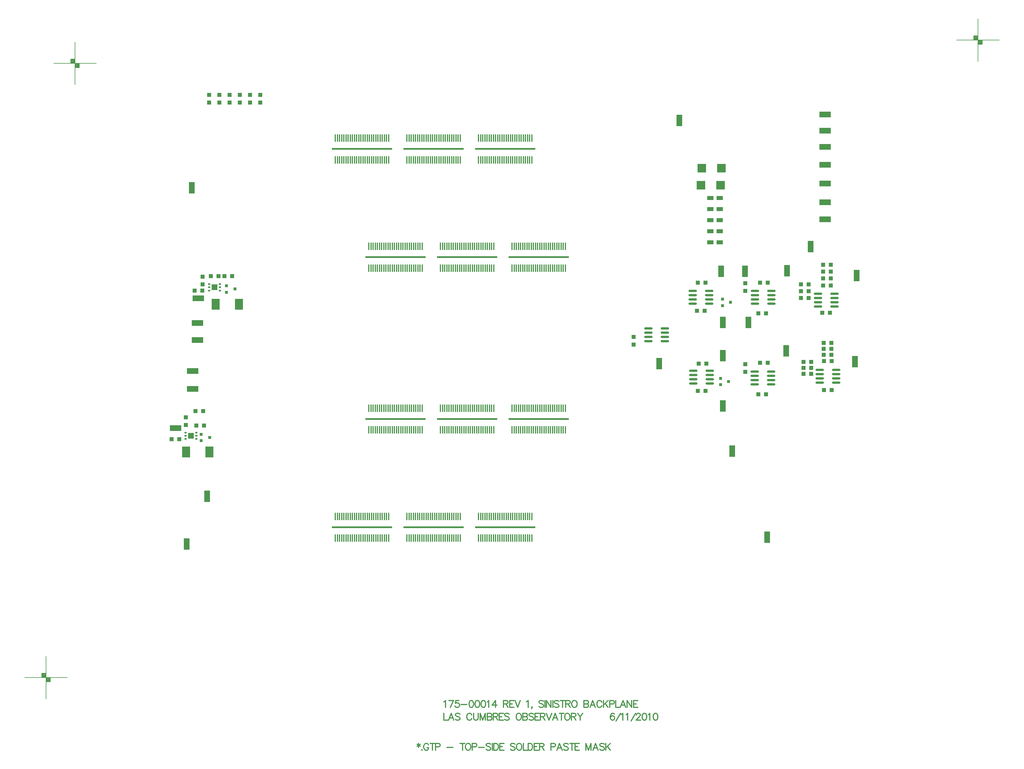
<source format=gtp>
%FSLAX23Y23*%
%MOIN*%
G70*
G01*
G75*
G04 Layer_Color=8421504*
%ADD10R,0.050X0.050*%
%ADD11R,0.078X0.048*%
%ADD12R,0.050X0.050*%
%ADD13R,0.135X0.070*%
%ADD14R,0.037X0.035*%
%ADD15R,0.037X0.035*%
%ADD16R,0.100X0.100*%
%ADD17R,0.067X0.067*%
%ADD18O,0.028X0.018*%
%ADD19O,0.098X0.028*%
%ADD20R,0.094X0.130*%
%ADD21R,0.709X0.020*%
%ADD22R,0.016X0.085*%
%ADD23R,0.070X0.135*%
%ADD24C,0.030*%
%ADD25C,0.010*%
%ADD26C,0.020*%
%ADD27C,0.012*%
%ADD28C,0.008*%
%ADD29C,0.012*%
%ADD30C,0.012*%
%ADD31C,0.059*%
%ADD32R,0.059X0.059*%
%ADD33C,0.055*%
%ADD34C,0.134*%
%ADD35C,0.050*%
G04:AMPARAMS|DCode=36|XSize=90mil|YSize=110mil|CornerRadius=0mil|HoleSize=0mil|Usage=FLASHONLY|Rotation=162.000|XOffset=0mil|YOffset=0mil|HoleType=Round|Shape=Round|*
%AMOVALD36*
21,1,0.020,0.090,0.000,0.000,252.0*
1,1,0.090,0.003,0.010*
1,1,0.090,-0.003,-0.010*
%
%ADD36OVALD36*%

G04:AMPARAMS|DCode=37|XSize=90mil|YSize=110mil|CornerRadius=0mil|HoleSize=0mil|Usage=FLASHONLY|Rotation=144.000|XOffset=0mil|YOffset=0mil|HoleType=Round|Shape=Round|*
%AMOVALD37*
21,1,0.020,0.090,0.000,0.000,234.0*
1,1,0.090,0.006,0.008*
1,1,0.090,-0.006,-0.008*
%
%ADD37OVALD37*%

G04:AMPARAMS|DCode=38|XSize=90mil|YSize=110mil|CornerRadius=0mil|HoleSize=0mil|Usage=FLASHONLY|Rotation=126.000|XOffset=0mil|YOffset=0mil|HoleType=Round|Shape=Round|*
%AMOVALD38*
21,1,0.020,0.090,0.000,0.000,216.0*
1,1,0.090,0.008,0.006*
1,1,0.090,-0.008,-0.006*
%
%ADD38OVALD38*%

G04:AMPARAMS|DCode=39|XSize=90mil|YSize=110mil|CornerRadius=0mil|HoleSize=0mil|Usage=FLASHONLY|Rotation=108.000|XOffset=0mil|YOffset=0mil|HoleType=Round|Shape=Round|*
%AMOVALD39*
21,1,0.020,0.090,0.000,0.000,198.0*
1,1,0.090,0.010,0.003*
1,1,0.090,-0.010,-0.003*
%
%ADD39OVALD39*%

%ADD40O,0.110X0.090*%
G04:AMPARAMS|DCode=41|XSize=90mil|YSize=110mil|CornerRadius=0mil|HoleSize=0mil|Usage=FLASHONLY|Rotation=72.000|XOffset=0mil|YOffset=0mil|HoleType=Round|Shape=Round|*
%AMOVALD41*
21,1,0.020,0.090,0.000,0.000,162.0*
1,1,0.090,0.010,-0.003*
1,1,0.090,-0.010,0.003*
%
%ADD41OVALD41*%

G04:AMPARAMS|DCode=42|XSize=90mil|YSize=110mil|CornerRadius=0mil|HoleSize=0mil|Usage=FLASHONLY|Rotation=54.000|XOffset=0mil|YOffset=0mil|HoleType=Round|Shape=Round|*
%AMOVALD42*
21,1,0.020,0.090,0.000,0.000,144.0*
1,1,0.090,0.008,-0.006*
1,1,0.090,-0.008,0.006*
%
%ADD42OVALD42*%

G04:AMPARAMS|DCode=43|XSize=90mil|YSize=110mil|CornerRadius=0mil|HoleSize=0mil|Usage=FLASHONLY|Rotation=36.000|XOffset=0mil|YOffset=0mil|HoleType=Round|Shape=Round|*
%AMOVALD43*
21,1,0.020,0.090,0.000,0.000,126.0*
1,1,0.090,0.006,-0.008*
1,1,0.090,-0.006,0.008*
%
%ADD43OVALD43*%

G04:AMPARAMS|DCode=44|XSize=90mil|YSize=110mil|CornerRadius=0mil|HoleSize=0mil|Usage=FLASHONLY|Rotation=18.000|XOffset=0mil|YOffset=0mil|HoleType=Round|Shape=Round|*
%AMOVALD44*
21,1,0.020,0.090,0.000,0.000,108.0*
1,1,0.090,0.003,-0.010*
1,1,0.090,-0.003,0.010*
%
%ADD44OVALD44*%

%ADD45O,0.090X0.110*%
G04:AMPARAMS|DCode=46|XSize=90mil|YSize=110mil|CornerRadius=0mil|HoleSize=0mil|Usage=FLASHONLY|Rotation=152.304|XOffset=0mil|YOffset=0mil|HoleType=Round|Shape=Round|*
%AMOVALD46*
21,1,0.020,0.090,0.000,0.000,242.3*
1,1,0.090,0.005,0.009*
1,1,0.090,-0.005,-0.009*
%
%ADD46OVALD46*%

G04:AMPARAMS|DCode=47|XSize=90mil|YSize=110mil|CornerRadius=0mil|HoleSize=0mil|Usage=FLASHONLY|Rotation=124.612|XOffset=0mil|YOffset=0mil|HoleType=Round|Shape=Round|*
%AMOVALD47*
21,1,0.020,0.090,0.000,0.000,214.6*
1,1,0.090,0.008,0.006*
1,1,0.090,-0.008,-0.006*
%
%ADD47OVALD47*%

G04:AMPARAMS|DCode=48|XSize=90mil|YSize=110mil|CornerRadius=0mil|HoleSize=0mil|Usage=FLASHONLY|Rotation=96.920|XOffset=0mil|YOffset=0mil|HoleType=Round|Shape=Round|*
%AMOVALD48*
21,1,0.020,0.090,0.000,0.000,186.9*
1,1,0.090,0.010,0.001*
1,1,0.090,-0.010,-0.001*
%
%ADD48OVALD48*%

G04:AMPARAMS|DCode=49|XSize=90mil|YSize=110mil|CornerRadius=0mil|HoleSize=0mil|Usage=FLASHONLY|Rotation=69.228|XOffset=0mil|YOffset=0mil|HoleType=Round|Shape=Round|*
%AMOVALD49*
21,1,0.020,0.090,0.000,0.000,159.2*
1,1,0.090,0.009,-0.004*
1,1,0.090,-0.009,0.004*
%
%ADD49OVALD49*%

G04:AMPARAMS|DCode=50|XSize=90mil|YSize=110mil|CornerRadius=0mil|HoleSize=0mil|Usage=FLASHONLY|Rotation=41.536|XOffset=0mil|YOffset=0mil|HoleType=Round|Shape=Round|*
%AMOVALD50*
21,1,0.020,0.090,0.000,0.000,131.5*
1,1,0.090,0.007,-0.007*
1,1,0.090,-0.007,0.007*
%
%ADD50OVALD50*%

G04:AMPARAMS|DCode=51|XSize=90mil|YSize=110mil|CornerRadius=0mil|HoleSize=0mil|Usage=FLASHONLY|Rotation=13.844|XOffset=0mil|YOffset=0mil|HoleType=Round|Shape=Round|*
%AMOVALD51*
21,1,0.020,0.090,0.000,0.000,103.8*
1,1,0.090,0.002,-0.010*
1,1,0.090,-0.002,0.010*
%
%ADD51OVALD51*%

G04:AMPARAMS|DCode=52|XSize=90mil|YSize=110mil|CornerRadius=0mil|HoleSize=0mil|Usage=FLASHONLY|Rotation=346.152|XOffset=0mil|YOffset=0mil|HoleType=Round|Shape=Round|*
%AMOVALD52*
21,1,0.020,0.090,0.000,0.000,76.2*
1,1,0.090,-0.002,-0.010*
1,1,0.090,0.002,0.010*
%
%ADD52OVALD52*%

G04:AMPARAMS|DCode=53|XSize=90mil|YSize=110mil|CornerRadius=0mil|HoleSize=0mil|Usage=FLASHONLY|Rotation=318.460|XOffset=0mil|YOffset=0mil|HoleType=Round|Shape=Round|*
%AMOVALD53*
21,1,0.020,0.090,0.000,0.000,48.5*
1,1,0.090,-0.007,-0.007*
1,1,0.090,0.007,0.007*
%
%ADD53OVALD53*%

G04:AMPARAMS|DCode=54|XSize=90mil|YSize=110mil|CornerRadius=0mil|HoleSize=0mil|Usage=FLASHONLY|Rotation=290.768|XOffset=0mil|YOffset=0mil|HoleType=Round|Shape=Round|*
%AMOVALD54*
21,1,0.020,0.090,0.000,0.000,20.8*
1,1,0.090,-0.009,-0.004*
1,1,0.090,0.009,0.004*
%
%ADD54OVALD54*%

G04:AMPARAMS|DCode=55|XSize=90mil|YSize=110mil|CornerRadius=0mil|HoleSize=0mil|Usage=FLASHONLY|Rotation=263.076|XOffset=0mil|YOffset=0mil|HoleType=Round|Shape=Round|*
%AMOVALD55*
21,1,0.020,0.090,0.000,0.000,353.1*
1,1,0.090,-0.010,0.001*
1,1,0.090,0.010,-0.001*
%
%ADD55OVALD55*%

G04:AMPARAMS|DCode=56|XSize=90mil|YSize=110mil|CornerRadius=0mil|HoleSize=0mil|Usage=FLASHONLY|Rotation=235.384|XOffset=0mil|YOffset=0mil|HoleType=Round|Shape=Round|*
%AMOVALD56*
21,1,0.020,0.090,0.000,0.000,325.4*
1,1,0.090,-0.008,0.006*
1,1,0.090,0.008,-0.006*
%
%ADD56OVALD56*%

G04:AMPARAMS|DCode=57|XSize=90mil|YSize=110mil|CornerRadius=0mil|HoleSize=0mil|Usage=FLASHONLY|Rotation=207.692|XOffset=0mil|YOffset=0mil|HoleType=Round|Shape=Round|*
%AMOVALD57*
21,1,0.020,0.090,0.000,0.000,297.7*
1,1,0.090,-0.005,0.009*
1,1,0.090,0.005,-0.009*
%
%ADD57OVALD57*%

G04:AMPARAMS|DCode=58|XSize=90mil|YSize=110mil|CornerRadius=0mil|HoleSize=0mil|Usage=FLASHONLY|Rotation=128.568|XOffset=0mil|YOffset=0mil|HoleType=Round|Shape=Round|*
%AMOVALD58*
21,1,0.020,0.090,0.000,0.000,218.6*
1,1,0.090,0.008,0.006*
1,1,0.090,-0.008,-0.006*
%
%ADD58OVALD58*%

G04:AMPARAMS|DCode=59|XSize=90mil|YSize=110mil|CornerRadius=0mil|HoleSize=0mil|Usage=FLASHONLY|Rotation=77.140|XOffset=0mil|YOffset=0mil|HoleType=Round|Shape=Round|*
%AMOVALD59*
21,1,0.020,0.090,0.000,0.000,167.1*
1,1,0.090,0.010,-0.002*
1,1,0.090,-0.010,0.002*
%
%ADD59OVALD59*%

G04:AMPARAMS|DCode=60|XSize=90mil|YSize=110mil|CornerRadius=0mil|HoleSize=0mil|Usage=FLASHONLY|Rotation=25.712|XOffset=0mil|YOffset=0mil|HoleType=Round|Shape=Round|*
%AMOVALD60*
21,1,0.020,0.090,0.000,0.000,115.7*
1,1,0.090,0.004,-0.009*
1,1,0.090,-0.004,0.009*
%
%ADD60OVALD60*%

G04:AMPARAMS|DCode=61|XSize=90mil|YSize=110mil|CornerRadius=0mil|HoleSize=0mil|Usage=FLASHONLY|Rotation=334.284|XOffset=0mil|YOffset=0mil|HoleType=Round|Shape=Round|*
%AMOVALD61*
21,1,0.020,0.090,0.000,0.000,64.3*
1,1,0.090,-0.004,-0.009*
1,1,0.090,0.004,0.009*
%
%ADD61OVALD61*%

G04:AMPARAMS|DCode=62|XSize=90mil|YSize=110mil|CornerRadius=0mil|HoleSize=0mil|Usage=FLASHONLY|Rotation=282.856|XOffset=0mil|YOffset=0mil|HoleType=Round|Shape=Round|*
%AMOVALD62*
21,1,0.020,0.090,0.000,0.000,12.9*
1,1,0.090,-0.010,-0.002*
1,1,0.090,0.010,0.002*
%
%ADD62OVALD62*%

G04:AMPARAMS|DCode=63|XSize=90mil|YSize=110mil|CornerRadius=0mil|HoleSize=0mil|Usage=FLASHONLY|Rotation=231.428|XOffset=0mil|YOffset=0mil|HoleType=Round|Shape=Round|*
%AMOVALD63*
21,1,0.020,0.090,0.000,0.000,321.4*
1,1,0.090,-0.008,0.006*
1,1,0.090,0.008,-0.006*
%
%ADD63OVALD63*%

%ADD64C,0.024*%
%ADD65C,0.028*%
%ADD66C,0.040*%
%ADD67C,0.075*%
%ADD68C,0.068*%
G04:AMPARAMS|DCode=69|XSize=87.559mil|YSize=87.559mil|CornerRadius=0mil|HoleSize=0mil|Usage=FLASHONLY|Rotation=0.000|XOffset=0mil|YOffset=0mil|HoleType=Round|Shape=Relief|Width=10mil|Gap=10mil|Entries=4|*
%AMTHD69*
7,0,0,0.088,0.068,0.010,45*
%
%ADD69THD69*%
%ADD70C,0.073*%
G04:AMPARAMS|DCode=71|XSize=93.465mil|YSize=93.465mil|CornerRadius=0mil|HoleSize=0mil|Usage=FLASHONLY|Rotation=0.000|XOffset=0mil|YOffset=0mil|HoleType=Round|Shape=Relief|Width=10mil|Gap=10mil|Entries=4|*
%AMTHD71*
7,0,0,0.093,0.073,0.010,45*
%
%ADD71THD71*%
G04:AMPARAMS|DCode=72|XSize=95.433mil|YSize=95.433mil|CornerRadius=0mil|HoleSize=0mil|Usage=FLASHONLY|Rotation=0.000|XOffset=0mil|YOffset=0mil|HoleType=Round|Shape=Relief|Width=10mil|Gap=10mil|Entries=4|*
%AMTHD72*
7,0,0,0.095,0.075,0.010,45*
%
%ADD72THD72*%
%ADD73C,0.071*%
%ADD74C,0.174*%
%ADD75C,0.065*%
G04:AMPARAMS|DCode=76|XSize=85mil|YSize=85mil|CornerRadius=0mil|HoleSize=0mil|Usage=FLASHONLY|Rotation=0.000|XOffset=0mil|YOffset=0mil|HoleType=Round|Shape=Relief|Width=10mil|Gap=10mil|Entries=4|*
%AMTHD76*
7,0,0,0.085,0.065,0.010,45*
%
%ADD76THD76*%
%ADD77C,0.110*%
G04:AMPARAMS|DCode=78|XSize=130mil|YSize=130mil|CornerRadius=0mil|HoleSize=0mil|Usage=FLASHONLY|Rotation=0.000|XOffset=0mil|YOffset=0mil|HoleType=Round|Shape=Relief|Width=10mil|Gap=10mil|Entries=4|*
%AMTHD78*
7,0,0,0.130,0.110,0.010,45*
%
%ADD78THD78*%
%ADD79C,0.053*%
G04:AMPARAMS|DCode=80|XSize=70mil|YSize=70mil|CornerRadius=0mil|HoleSize=0mil|Usage=FLASHONLY|Rotation=0.000|XOffset=0mil|YOffset=0mil|HoleType=Round|Shape=Relief|Width=10mil|Gap=10mil|Entries=4|*
%AMTHD80*
7,0,0,0.070,0.050,0.010,45*
%
%ADD80THD80*%
G04:AMPARAMS|DCode=81|XSize=73mil|YSize=73mil|CornerRadius=0mil|HoleSize=0mil|Usage=FLASHONLY|Rotation=0.000|XOffset=0mil|YOffset=0mil|HoleType=Round|Shape=Relief|Width=10mil|Gap=10mil|Entries=4|*
%AMTHD81*
7,0,0,0.073,0.053,0.010,45*
%
%ADD81THD81*%
%ADD82C,0.010*%
%ADD83C,0.010*%
%ADD84C,0.006*%
%ADD85C,0.007*%
%ADD86C,0.008*%
%ADD87R,1.096X0.079*%
%ADD88R,1.496X0.079*%
%ADD89R,0.257X0.178*%
D10*
X12143Y16562D02*
D03*
Y16472D02*
D03*
X12023Y16562D02*
D03*
Y16472D02*
D03*
X11903Y16562D02*
D03*
Y16472D02*
D03*
X11783Y16562D02*
D03*
Y16472D02*
D03*
X11663Y16562D02*
D03*
Y16472D02*
D03*
X11543Y16562D02*
D03*
Y16472D02*
D03*
X17834Y13403D02*
D03*
Y13313D02*
D03*
X11270Y12688D02*
D03*
Y12778D02*
D03*
X17834Y14353D02*
D03*
Y14263D02*
D03*
X11468Y14339D02*
D03*
Y14429D02*
D03*
X16524Y13723D02*
D03*
Y13633D02*
D03*
D11*
X17425Y15223D02*
D03*
X17535D02*
D03*
X17425Y14963D02*
D03*
X17535D02*
D03*
X17425Y15093D02*
D03*
X17535D02*
D03*
X17425Y15353D02*
D03*
X17535D02*
D03*
X17425Y14833D02*
D03*
X17535D02*
D03*
D12*
X11195Y12523D02*
D03*
X11105D02*
D03*
X11395Y12683D02*
D03*
X11485D02*
D03*
X18607Y13360D02*
D03*
X18517D02*
D03*
X18607Y13290D02*
D03*
X18517D02*
D03*
X18607Y13430D02*
D03*
X18517D02*
D03*
X11475Y12853D02*
D03*
X11385D02*
D03*
X18845Y13513D02*
D03*
X18755D02*
D03*
X18845Y13583D02*
D03*
X18755D02*
D03*
X11463Y14264D02*
D03*
X11373D02*
D03*
X11723Y14434D02*
D03*
X11813D02*
D03*
X18579Y14338D02*
D03*
X18489D02*
D03*
X18579Y14258D02*
D03*
X18489D02*
D03*
X11653Y14434D02*
D03*
X11563D02*
D03*
X18579Y14178D02*
D03*
X18489D02*
D03*
X18839Y14488D02*
D03*
X18749D02*
D03*
X18839Y14408D02*
D03*
X18749D02*
D03*
X18079Y13998D02*
D03*
X17989D02*
D03*
X18839Y14568D02*
D03*
X18749D02*
D03*
X17279Y14358D02*
D03*
X17369D02*
D03*
X18749Y14325D02*
D03*
X18839D02*
D03*
X17359Y14028D02*
D03*
X17269D02*
D03*
X18099Y14358D02*
D03*
X18009D02*
D03*
X18829Y14005D02*
D03*
X18739D02*
D03*
X18079Y13048D02*
D03*
X17989D02*
D03*
X18845Y13653D02*
D03*
X18755D02*
D03*
X17289Y13408D02*
D03*
X17379D02*
D03*
X18759Y13440D02*
D03*
X18849D02*
D03*
X17366Y13090D02*
D03*
X17276D02*
D03*
X18099Y13418D02*
D03*
X18009D02*
D03*
X18849Y13100D02*
D03*
X18759D02*
D03*
D13*
X11150Y12653D02*
D03*
X11418Y14174D02*
D03*
X18770Y15743D02*
D03*
Y15953D02*
D03*
Y15303D02*
D03*
Y15523D02*
D03*
Y15103D02*
D03*
Y16143D02*
D03*
Y16333D02*
D03*
X11350Y13323D02*
D03*
Y13113D02*
D03*
X11408Y13884D02*
D03*
Y13684D02*
D03*
D14*
X11451Y12580D02*
D03*
X11550Y12543D02*
D03*
X11749Y14321D02*
D03*
X11848Y14284D02*
D03*
X17568Y14165D02*
D03*
X17660Y14128D02*
D03*
X17545Y13237D02*
D03*
X17637Y13200D02*
D03*
D15*
X11451Y12505D02*
D03*
X11749Y14246D02*
D03*
X17568Y14090D02*
D03*
X17545Y13162D02*
D03*
D16*
X17555Y15703D02*
D03*
X17325D02*
D03*
X17545Y15503D02*
D03*
X17315D02*
D03*
D17*
X11330Y12563D02*
D03*
X11608Y14304D02*
D03*
D18*
X11393Y12600D02*
D03*
Y12563D02*
D03*
Y12525D02*
D03*
X11267D02*
D03*
Y12563D02*
D03*
Y12600D02*
D03*
X11671Y14341D02*
D03*
Y14304D02*
D03*
Y14266D02*
D03*
X11545D02*
D03*
Y14304D02*
D03*
Y14341D02*
D03*
D19*
X18707Y13335D02*
D03*
Y13285D02*
D03*
Y13235D02*
D03*
Y13185D02*
D03*
X18900Y13335D02*
D03*
Y13285D02*
D03*
Y13235D02*
D03*
Y13185D02*
D03*
X17944Y13315D02*
D03*
Y13265D02*
D03*
Y13215D02*
D03*
Y13165D02*
D03*
X18137Y13315D02*
D03*
Y13265D02*
D03*
Y13215D02*
D03*
Y13165D02*
D03*
X17224Y13325D02*
D03*
Y13275D02*
D03*
Y13225D02*
D03*
Y13175D02*
D03*
X17417Y13325D02*
D03*
Y13275D02*
D03*
Y13225D02*
D03*
Y13175D02*
D03*
X18688Y14230D02*
D03*
Y14180D02*
D03*
Y14130D02*
D03*
Y14080D02*
D03*
X18881Y14230D02*
D03*
Y14180D02*
D03*
Y14130D02*
D03*
Y14080D02*
D03*
X16697Y13823D02*
D03*
Y13773D02*
D03*
Y13723D02*
D03*
Y13673D02*
D03*
X16890Y13823D02*
D03*
Y13773D02*
D03*
Y13723D02*
D03*
Y13673D02*
D03*
X17947Y14263D02*
D03*
Y14213D02*
D03*
Y14163D02*
D03*
Y14113D02*
D03*
X18140Y14263D02*
D03*
Y14213D02*
D03*
Y14163D02*
D03*
Y14113D02*
D03*
X17217Y14263D02*
D03*
Y14213D02*
D03*
Y14163D02*
D03*
Y14113D02*
D03*
X17410Y14263D02*
D03*
Y14213D02*
D03*
Y14163D02*
D03*
Y14113D02*
D03*
D20*
X11547Y12373D02*
D03*
X11274D02*
D03*
X11895Y14104D02*
D03*
X11622D02*
D03*
D21*
X15018Y11490D02*
D03*
X14177D02*
D03*
X13337D02*
D03*
X13731Y14658D02*
D03*
X14571D02*
D03*
X15411D02*
D03*
X13731Y12760D02*
D03*
X14571D02*
D03*
X15411D02*
D03*
X15018Y15928D02*
D03*
X14177D02*
D03*
X13337D02*
D03*
D22*
X15330Y11362D02*
D03*
Y11617D02*
D03*
X15305Y11362D02*
D03*
Y11617D02*
D03*
X15280Y11362D02*
D03*
Y11617D02*
D03*
X15255Y11362D02*
D03*
Y11617D02*
D03*
X15230Y11362D02*
D03*
Y11617D02*
D03*
X15205Y11362D02*
D03*
Y11617D02*
D03*
X15180Y11362D02*
D03*
Y11617D02*
D03*
X15155Y11362D02*
D03*
Y11617D02*
D03*
X15130Y11362D02*
D03*
Y11617D02*
D03*
X15105Y11362D02*
D03*
Y11617D02*
D03*
X15080Y11362D02*
D03*
Y11617D02*
D03*
X15055Y11362D02*
D03*
Y11617D02*
D03*
X15030Y11362D02*
D03*
Y11617D02*
D03*
X15005Y11362D02*
D03*
Y11617D02*
D03*
X14980Y11362D02*
D03*
Y11617D02*
D03*
X14955Y11362D02*
D03*
Y11617D02*
D03*
X14930Y11362D02*
D03*
Y11617D02*
D03*
X14905Y11362D02*
D03*
Y11617D02*
D03*
X14880Y11362D02*
D03*
Y11617D02*
D03*
X14855Y11362D02*
D03*
Y11617D02*
D03*
X14830Y11362D02*
D03*
Y11617D02*
D03*
X14805Y11362D02*
D03*
Y11617D02*
D03*
X14780Y11362D02*
D03*
Y11617D02*
D03*
X14755Y11362D02*
D03*
Y11617D02*
D03*
X14730Y11362D02*
D03*
Y11617D02*
D03*
X14705Y11362D02*
D03*
Y11617D02*
D03*
X14490Y11362D02*
D03*
Y11617D02*
D03*
X14465Y11362D02*
D03*
Y11617D02*
D03*
X14440Y11362D02*
D03*
Y11617D02*
D03*
X14415Y11362D02*
D03*
Y11617D02*
D03*
X14390Y11362D02*
D03*
Y11617D02*
D03*
X14365Y11362D02*
D03*
Y11617D02*
D03*
X14340Y11362D02*
D03*
Y11617D02*
D03*
X14315Y11362D02*
D03*
Y11617D02*
D03*
X14290Y11362D02*
D03*
Y11617D02*
D03*
X14265Y11362D02*
D03*
Y11617D02*
D03*
X14240Y11362D02*
D03*
Y11617D02*
D03*
X14215Y11362D02*
D03*
Y11617D02*
D03*
X14190Y11362D02*
D03*
Y11617D02*
D03*
X14165Y11362D02*
D03*
Y11617D02*
D03*
X14140Y11362D02*
D03*
Y11617D02*
D03*
X14115Y11362D02*
D03*
Y11617D02*
D03*
X14090Y11362D02*
D03*
Y11617D02*
D03*
X14065Y11362D02*
D03*
Y11617D02*
D03*
X14040Y11362D02*
D03*
Y11617D02*
D03*
X14015Y11362D02*
D03*
Y11617D02*
D03*
X13990Y11362D02*
D03*
Y11617D02*
D03*
X13965Y11362D02*
D03*
Y11617D02*
D03*
X13940Y11362D02*
D03*
Y11617D02*
D03*
X13915Y11362D02*
D03*
Y11617D02*
D03*
X13890Y11362D02*
D03*
Y11617D02*
D03*
X13865Y11362D02*
D03*
Y11617D02*
D03*
X13650Y11362D02*
D03*
Y11617D02*
D03*
X13625Y11362D02*
D03*
Y11617D02*
D03*
X13600Y11362D02*
D03*
Y11617D02*
D03*
X13575Y11362D02*
D03*
Y11617D02*
D03*
X13550Y11362D02*
D03*
Y11617D02*
D03*
X13525Y11362D02*
D03*
Y11617D02*
D03*
X13500Y11362D02*
D03*
Y11617D02*
D03*
X13475Y11362D02*
D03*
Y11617D02*
D03*
X13450Y11362D02*
D03*
Y11617D02*
D03*
X13425Y11362D02*
D03*
Y11617D02*
D03*
X13400Y11362D02*
D03*
Y11617D02*
D03*
X13375Y11362D02*
D03*
Y11617D02*
D03*
X13350Y11362D02*
D03*
Y11617D02*
D03*
X13325Y11362D02*
D03*
Y11617D02*
D03*
X13300Y11362D02*
D03*
Y11617D02*
D03*
X13275Y11362D02*
D03*
Y11617D02*
D03*
X13250Y11362D02*
D03*
Y11617D02*
D03*
X13225Y11362D02*
D03*
Y11617D02*
D03*
X13200Y11362D02*
D03*
Y11617D02*
D03*
X13175Y11362D02*
D03*
Y11617D02*
D03*
X13150Y11362D02*
D03*
Y11617D02*
D03*
X13125Y11362D02*
D03*
Y11617D02*
D03*
X13100Y11362D02*
D03*
Y11617D02*
D03*
X13075Y11362D02*
D03*
Y11617D02*
D03*
X13050Y11362D02*
D03*
Y11617D02*
D03*
X13025Y11362D02*
D03*
Y11617D02*
D03*
X13418Y14785D02*
D03*
Y14530D02*
D03*
X13443Y14785D02*
D03*
Y14530D02*
D03*
X13468Y14785D02*
D03*
Y14530D02*
D03*
X13493Y14785D02*
D03*
Y14530D02*
D03*
X13518Y14785D02*
D03*
Y14530D02*
D03*
X13543Y14785D02*
D03*
Y14530D02*
D03*
X13568Y14785D02*
D03*
Y14530D02*
D03*
X13593Y14785D02*
D03*
Y14530D02*
D03*
X13618Y14785D02*
D03*
Y14530D02*
D03*
X13643Y14785D02*
D03*
Y14530D02*
D03*
X13668Y14785D02*
D03*
Y14530D02*
D03*
X13693Y14785D02*
D03*
Y14530D02*
D03*
X13718Y14785D02*
D03*
Y14530D02*
D03*
X13743Y14785D02*
D03*
Y14530D02*
D03*
X13768Y14785D02*
D03*
Y14530D02*
D03*
X13793Y14785D02*
D03*
Y14530D02*
D03*
X13818Y14785D02*
D03*
Y14530D02*
D03*
X13843Y14785D02*
D03*
Y14530D02*
D03*
X13868Y14785D02*
D03*
Y14530D02*
D03*
X13893Y14785D02*
D03*
Y14530D02*
D03*
X13918Y14785D02*
D03*
Y14530D02*
D03*
X13943Y14785D02*
D03*
Y14530D02*
D03*
X13968Y14785D02*
D03*
Y14530D02*
D03*
X13993Y14785D02*
D03*
Y14530D02*
D03*
X14018Y14785D02*
D03*
Y14530D02*
D03*
X14043Y14785D02*
D03*
Y14530D02*
D03*
X14259Y14785D02*
D03*
Y14530D02*
D03*
X14284Y14785D02*
D03*
Y14530D02*
D03*
X14309Y14785D02*
D03*
Y14530D02*
D03*
X14334Y14785D02*
D03*
Y14530D02*
D03*
X14359Y14785D02*
D03*
Y14530D02*
D03*
X14384Y14785D02*
D03*
Y14530D02*
D03*
X14409Y14785D02*
D03*
Y14530D02*
D03*
X14434Y14785D02*
D03*
Y14530D02*
D03*
X14459Y14785D02*
D03*
Y14530D02*
D03*
X14484Y14785D02*
D03*
Y14530D02*
D03*
X14509Y14785D02*
D03*
Y14530D02*
D03*
X14534Y14785D02*
D03*
Y14530D02*
D03*
X14559Y14785D02*
D03*
Y14530D02*
D03*
X14584Y14785D02*
D03*
Y14530D02*
D03*
X14609Y14785D02*
D03*
Y14530D02*
D03*
X14634Y14785D02*
D03*
Y14530D02*
D03*
X14659Y14785D02*
D03*
Y14530D02*
D03*
X14684Y14785D02*
D03*
Y14530D02*
D03*
X14709Y14785D02*
D03*
Y14530D02*
D03*
X14734Y14785D02*
D03*
Y14530D02*
D03*
X14759Y14785D02*
D03*
Y14530D02*
D03*
X14784Y14785D02*
D03*
Y14530D02*
D03*
X14809Y14785D02*
D03*
Y14530D02*
D03*
X14834Y14785D02*
D03*
Y14530D02*
D03*
X14859Y14785D02*
D03*
Y14530D02*
D03*
X14884Y14785D02*
D03*
Y14530D02*
D03*
X15099Y14785D02*
D03*
Y14530D02*
D03*
X15124Y14785D02*
D03*
Y14530D02*
D03*
X15149Y14785D02*
D03*
Y14530D02*
D03*
X15174Y14785D02*
D03*
Y14530D02*
D03*
X15199Y14785D02*
D03*
Y14530D02*
D03*
X15224Y14785D02*
D03*
Y14530D02*
D03*
X15249Y14785D02*
D03*
Y14530D02*
D03*
X15274Y14785D02*
D03*
Y14530D02*
D03*
X15299Y14785D02*
D03*
Y14530D02*
D03*
X15324Y14785D02*
D03*
Y14530D02*
D03*
X15349Y14785D02*
D03*
Y14530D02*
D03*
X15374Y14785D02*
D03*
Y14530D02*
D03*
X15399Y14785D02*
D03*
Y14530D02*
D03*
X15424Y14785D02*
D03*
Y14530D02*
D03*
X15449Y14785D02*
D03*
Y14530D02*
D03*
X15474Y14785D02*
D03*
Y14530D02*
D03*
X15499Y14785D02*
D03*
Y14530D02*
D03*
X15524Y14785D02*
D03*
Y14530D02*
D03*
X15549Y14785D02*
D03*
Y14530D02*
D03*
X15574Y14785D02*
D03*
Y14530D02*
D03*
X15599Y14785D02*
D03*
Y14530D02*
D03*
X15624Y14785D02*
D03*
Y14530D02*
D03*
X15649Y14785D02*
D03*
Y14530D02*
D03*
X15674Y14785D02*
D03*
Y14530D02*
D03*
X15699Y14785D02*
D03*
Y14530D02*
D03*
X15724Y14785D02*
D03*
Y14530D02*
D03*
X13419Y12887D02*
D03*
Y12632D02*
D03*
X13444Y12887D02*
D03*
Y12632D02*
D03*
X13469Y12887D02*
D03*
Y12632D02*
D03*
X13494Y12887D02*
D03*
Y12632D02*
D03*
X13519Y12887D02*
D03*
Y12632D02*
D03*
X13544Y12887D02*
D03*
Y12632D02*
D03*
X13569Y12887D02*
D03*
Y12632D02*
D03*
X13594Y12887D02*
D03*
Y12632D02*
D03*
X13619Y12887D02*
D03*
Y12632D02*
D03*
X13644Y12887D02*
D03*
Y12632D02*
D03*
X13669Y12887D02*
D03*
Y12632D02*
D03*
X13694Y12887D02*
D03*
Y12632D02*
D03*
X13719Y12887D02*
D03*
Y12632D02*
D03*
X13744Y12887D02*
D03*
Y12632D02*
D03*
X13769Y12887D02*
D03*
Y12632D02*
D03*
X13794Y12887D02*
D03*
Y12632D02*
D03*
X13819Y12887D02*
D03*
Y12632D02*
D03*
X13844Y12887D02*
D03*
Y12632D02*
D03*
X13869Y12887D02*
D03*
Y12632D02*
D03*
X13894Y12887D02*
D03*
Y12632D02*
D03*
X13919Y12887D02*
D03*
Y12632D02*
D03*
X13944Y12887D02*
D03*
Y12632D02*
D03*
X13969Y12887D02*
D03*
Y12632D02*
D03*
X13994Y12887D02*
D03*
Y12632D02*
D03*
X14019Y12887D02*
D03*
Y12632D02*
D03*
X14044Y12887D02*
D03*
Y12632D02*
D03*
X14259Y12887D02*
D03*
Y12632D02*
D03*
X14284Y12887D02*
D03*
Y12632D02*
D03*
X14309Y12887D02*
D03*
Y12632D02*
D03*
X14334Y12887D02*
D03*
Y12632D02*
D03*
X14359Y12887D02*
D03*
Y12632D02*
D03*
X14384Y12887D02*
D03*
Y12632D02*
D03*
X14409Y12887D02*
D03*
Y12632D02*
D03*
X14434Y12887D02*
D03*
Y12632D02*
D03*
X14459Y12887D02*
D03*
Y12632D02*
D03*
X14484Y12887D02*
D03*
Y12632D02*
D03*
X14509Y12887D02*
D03*
Y12632D02*
D03*
X14534Y12887D02*
D03*
Y12632D02*
D03*
X14559Y12887D02*
D03*
Y12632D02*
D03*
X14584Y12887D02*
D03*
Y12632D02*
D03*
X14609Y12887D02*
D03*
Y12632D02*
D03*
X14634Y12887D02*
D03*
Y12632D02*
D03*
X14659Y12887D02*
D03*
Y12632D02*
D03*
X14684Y12887D02*
D03*
Y12632D02*
D03*
X14709Y12887D02*
D03*
Y12632D02*
D03*
X14734Y12887D02*
D03*
Y12632D02*
D03*
X14759Y12887D02*
D03*
Y12632D02*
D03*
X14784Y12887D02*
D03*
Y12632D02*
D03*
X14809Y12887D02*
D03*
Y12632D02*
D03*
X14834Y12887D02*
D03*
Y12632D02*
D03*
X14859Y12887D02*
D03*
Y12632D02*
D03*
X14884Y12887D02*
D03*
Y12632D02*
D03*
X15099Y12887D02*
D03*
Y12632D02*
D03*
X15124Y12887D02*
D03*
Y12632D02*
D03*
X15149Y12887D02*
D03*
Y12632D02*
D03*
X15174Y12887D02*
D03*
Y12632D02*
D03*
X15199Y12887D02*
D03*
Y12632D02*
D03*
X15224Y12887D02*
D03*
Y12632D02*
D03*
X15249Y12887D02*
D03*
Y12632D02*
D03*
X15274Y12887D02*
D03*
Y12632D02*
D03*
X15299Y12887D02*
D03*
Y12632D02*
D03*
X15324Y12887D02*
D03*
Y12632D02*
D03*
X15349Y12887D02*
D03*
Y12632D02*
D03*
X15374Y12887D02*
D03*
Y12632D02*
D03*
X15399Y12887D02*
D03*
Y12632D02*
D03*
X15424Y12887D02*
D03*
Y12632D02*
D03*
X15449Y12887D02*
D03*
Y12632D02*
D03*
X15474Y12887D02*
D03*
Y12632D02*
D03*
X15499Y12887D02*
D03*
Y12632D02*
D03*
X15524Y12887D02*
D03*
Y12632D02*
D03*
X15549Y12887D02*
D03*
Y12632D02*
D03*
X15574Y12887D02*
D03*
Y12632D02*
D03*
X15599Y12887D02*
D03*
Y12632D02*
D03*
X15624Y12887D02*
D03*
Y12632D02*
D03*
X15649Y12887D02*
D03*
Y12632D02*
D03*
X15674Y12887D02*
D03*
Y12632D02*
D03*
X15699Y12887D02*
D03*
Y12632D02*
D03*
X15724Y12887D02*
D03*
Y12632D02*
D03*
X15330Y15800D02*
D03*
Y16056D02*
D03*
X15305Y15800D02*
D03*
Y16056D02*
D03*
X15280Y15800D02*
D03*
Y16056D02*
D03*
X15255Y15800D02*
D03*
Y16056D02*
D03*
X15230Y15800D02*
D03*
Y16056D02*
D03*
X15205Y15800D02*
D03*
Y16056D02*
D03*
X15180Y15800D02*
D03*
Y16056D02*
D03*
X15155Y15800D02*
D03*
Y16056D02*
D03*
X15130Y15800D02*
D03*
Y16056D02*
D03*
X15105Y15800D02*
D03*
Y16056D02*
D03*
X15080Y15800D02*
D03*
Y16056D02*
D03*
X15055Y15800D02*
D03*
Y16056D02*
D03*
X15030Y15800D02*
D03*
Y16056D02*
D03*
X15005Y15800D02*
D03*
Y16056D02*
D03*
X14980Y15800D02*
D03*
Y16056D02*
D03*
X14955Y15800D02*
D03*
Y16056D02*
D03*
X14930Y15800D02*
D03*
Y16056D02*
D03*
X14905Y15800D02*
D03*
Y16056D02*
D03*
X14880Y15800D02*
D03*
Y16056D02*
D03*
X14855Y15800D02*
D03*
Y16056D02*
D03*
X14830Y15800D02*
D03*
Y16056D02*
D03*
X14805Y15800D02*
D03*
Y16056D02*
D03*
X14780Y15800D02*
D03*
Y16056D02*
D03*
X14755Y15800D02*
D03*
Y16056D02*
D03*
X14730Y15800D02*
D03*
Y16056D02*
D03*
X14705Y15800D02*
D03*
Y16056D02*
D03*
X14490Y15800D02*
D03*
Y16056D02*
D03*
X14465Y15800D02*
D03*
Y16056D02*
D03*
X14440Y15800D02*
D03*
Y16056D02*
D03*
X14415Y15800D02*
D03*
Y16056D02*
D03*
X14390Y15800D02*
D03*
Y16056D02*
D03*
X14365Y15800D02*
D03*
Y16056D02*
D03*
X14340Y15800D02*
D03*
Y16056D02*
D03*
X14315Y15800D02*
D03*
Y16056D02*
D03*
X14290Y15800D02*
D03*
Y16056D02*
D03*
X14265Y15800D02*
D03*
Y16056D02*
D03*
X14240Y15800D02*
D03*
Y16056D02*
D03*
X14215Y15800D02*
D03*
Y16056D02*
D03*
X14190Y15800D02*
D03*
Y16056D02*
D03*
X14165Y15800D02*
D03*
Y16056D02*
D03*
X14140Y15800D02*
D03*
Y16056D02*
D03*
X14115Y15800D02*
D03*
Y16056D02*
D03*
X14090Y15800D02*
D03*
Y16056D02*
D03*
X14065Y15800D02*
D03*
Y16056D02*
D03*
X14040Y15800D02*
D03*
Y16056D02*
D03*
X14015Y15800D02*
D03*
Y16056D02*
D03*
X13990Y15800D02*
D03*
Y16056D02*
D03*
X13965Y15800D02*
D03*
Y16056D02*
D03*
X13940Y15800D02*
D03*
Y16056D02*
D03*
X13915Y15800D02*
D03*
Y16056D02*
D03*
X13890Y15800D02*
D03*
Y16056D02*
D03*
X13865Y15800D02*
D03*
Y16056D02*
D03*
X13650Y15800D02*
D03*
Y16056D02*
D03*
X13625Y15800D02*
D03*
Y16056D02*
D03*
X13600Y15800D02*
D03*
Y16056D02*
D03*
X13575Y15800D02*
D03*
Y16056D02*
D03*
X13550Y15800D02*
D03*
Y16056D02*
D03*
X13525Y15800D02*
D03*
Y16056D02*
D03*
X13500Y15800D02*
D03*
Y16056D02*
D03*
X13475Y15800D02*
D03*
Y16056D02*
D03*
X13450Y15800D02*
D03*
Y16056D02*
D03*
X13425Y15800D02*
D03*
Y16056D02*
D03*
X13400Y15800D02*
D03*
Y16056D02*
D03*
X13375Y15800D02*
D03*
Y16056D02*
D03*
X13350Y15800D02*
D03*
Y16056D02*
D03*
X13325Y15800D02*
D03*
Y16056D02*
D03*
X13300Y15800D02*
D03*
Y16056D02*
D03*
X13275Y15800D02*
D03*
Y16056D02*
D03*
X13250Y15800D02*
D03*
Y16056D02*
D03*
X13225Y15800D02*
D03*
Y16056D02*
D03*
X13200Y15800D02*
D03*
Y16056D02*
D03*
X13175Y15800D02*
D03*
Y16056D02*
D03*
X13150Y15800D02*
D03*
Y16056D02*
D03*
X13125Y15800D02*
D03*
Y16056D02*
D03*
X13100Y15800D02*
D03*
Y16056D02*
D03*
X13075Y15800D02*
D03*
Y16056D02*
D03*
X13050Y15800D02*
D03*
Y16056D02*
D03*
X13025Y15800D02*
D03*
Y16056D02*
D03*
D23*
X11520Y11853D02*
D03*
X17570Y12913D02*
D03*
X19120Y13433D02*
D03*
X18314Y13558D02*
D03*
X17570Y13503D02*
D03*
X16824Y13408D02*
D03*
X19140Y14443D02*
D03*
X17870Y13893D02*
D03*
X17570D02*
D03*
X18324Y14498D02*
D03*
X17830Y14493D02*
D03*
X17550D02*
D03*
X18600Y14783D02*
D03*
X17060Y16263D02*
D03*
X11340Y15473D02*
D03*
X18090Y11373D02*
D03*
X11280Y11293D02*
D03*
X17680Y12383D02*
D03*
D28*
X9940Y16958D02*
X9950D01*
X9940Y16953D02*
Y16963D01*
Y16953D02*
X9950Y16953D01*
X9950Y16963D01*
X9940D02*
X9950D01*
X9935Y16948D02*
Y16963D01*
Y16948D02*
X9955D01*
Y16968D01*
X9935Y16968D02*
X9955Y16968D01*
X9930Y16943D02*
Y16968D01*
Y16943D02*
X9960D01*
Y16973D01*
X9930D02*
X9960D01*
X9925Y16938D02*
Y16978D01*
Y16938D02*
X9965D01*
Y16978D01*
X9925D02*
X9965D01*
X9990Y16908D02*
X10000D01*
X9990Y16903D02*
X9990Y16913D01*
X9990Y16903D02*
X10000D01*
Y16913D01*
X9990Y16913D02*
X10000Y16913D01*
X9985Y16898D02*
Y16913D01*
Y16898D02*
X10005Y16898D01*
X10005Y16918D02*
X10005Y16898D01*
X9985Y16918D02*
X10005D01*
X9980Y16893D02*
Y16918D01*
Y16893D02*
X10010D01*
Y16923D01*
X9980D02*
X10010D01*
X9975Y16888D02*
Y16928D01*
Y16888D02*
X10015D01*
Y16928D01*
X9975D02*
X10015D01*
X9970Y16883D02*
X10020Y16883D01*
X10020Y16933D02*
X10020Y16883D01*
X9920Y16983D02*
X9970Y16983D01*
X9920Y16983D02*
X9920Y16933D01*
X9970Y16683D02*
Y17183D01*
X9720Y16933D02*
X10220D01*
X20535Y17232D02*
X20545D01*
X20535Y17227D02*
Y17237D01*
Y17227D02*
X20545Y17227D01*
X20545Y17237D01*
X20535D02*
X20545D01*
X20530Y17222D02*
Y17237D01*
Y17222D02*
X20550D01*
Y17242D01*
X20530Y17242D02*
X20550Y17242D01*
X20525Y17217D02*
Y17242D01*
Y17217D02*
X20555D01*
Y17247D01*
X20525D02*
X20555D01*
X20520Y17212D02*
Y17252D01*
Y17212D02*
X20560D01*
Y17252D01*
X20520D02*
X20560D01*
X20585Y17182D02*
X20595D01*
X20585Y17177D02*
X20585Y17187D01*
X20585Y17177D02*
X20595D01*
Y17187D01*
X20585Y17187D02*
X20595Y17187D01*
X20580Y17172D02*
Y17187D01*
Y17172D02*
X20600Y17172D01*
X20600Y17192D02*
X20600Y17172D01*
X20580Y17192D02*
X20600D01*
X20575Y17167D02*
Y17192D01*
Y17167D02*
X20605D01*
Y17197D01*
X20575D02*
X20605D01*
X20570Y17162D02*
Y17202D01*
Y17162D02*
X20610D01*
Y17202D01*
X20570D02*
X20610D01*
X20565Y17157D02*
X20615Y17157D01*
X20615Y17207D02*
X20615Y17157D01*
X20515Y17257D02*
X20565Y17257D01*
X20515Y17257D02*
X20515Y17207D01*
X20565Y16957D02*
Y17457D01*
X20315Y17207D02*
X20815D01*
X9601Y9751D02*
X9611D01*
X9601Y9746D02*
Y9756D01*
Y9746D02*
X9611Y9746D01*
X9611Y9756D01*
X9601D02*
X9611D01*
X9596Y9741D02*
Y9756D01*
Y9741D02*
X9616D01*
Y9761D01*
X9596Y9761D02*
X9616Y9761D01*
X9591Y9736D02*
Y9761D01*
Y9736D02*
X9621D01*
Y9766D01*
X9591D02*
X9621D01*
X9586Y9731D02*
Y9771D01*
Y9731D02*
X9626D01*
Y9771D01*
X9586D02*
X9626D01*
X9651Y9701D02*
X9661D01*
X9651Y9696D02*
X9651Y9706D01*
X9651Y9696D02*
X9661D01*
Y9706D01*
X9651Y9706D02*
X9661Y9706D01*
X9646Y9691D02*
Y9706D01*
Y9691D02*
X9666Y9691D01*
X9666Y9711D02*
X9666Y9691D01*
X9646Y9711D02*
X9666D01*
X9641Y9686D02*
Y9711D01*
Y9686D02*
X9671D01*
Y9716D01*
X9641D02*
X9671D01*
X9636Y9681D02*
Y9721D01*
Y9681D02*
X9676D01*
Y9721D01*
X9636D02*
X9676D01*
X9631Y9676D02*
X9681Y9676D01*
X9681Y9726D02*
X9681Y9676D01*
X9581Y9776D02*
X9631Y9776D01*
X9581Y9776D02*
X9581Y9726D01*
X9631Y9476D02*
Y9976D01*
X9381Y9726D02*
X9881D01*
D29*
X14002Y8953D02*
Y8907D01*
X13983Y8941D02*
X14021Y8918D01*
Y8941D02*
X13983Y8918D01*
X14041Y8880D02*
X14037Y8877D01*
X14041Y8873D01*
X14045Y8877D01*
X14041Y8880D01*
X14119Y8934D02*
X14115Y8941D01*
X14108Y8949D01*
X14100Y8953D01*
X14085D01*
X14077Y8949D01*
X14070Y8941D01*
X14066Y8934D01*
X14062Y8922D01*
Y8903D01*
X14066Y8892D01*
X14070Y8884D01*
X14077Y8877D01*
X14085Y8873D01*
X14100D01*
X14108Y8877D01*
X14115Y8884D01*
X14119Y8892D01*
Y8903D01*
X14100D02*
X14119D01*
X14164Y8953D02*
Y8873D01*
X14138Y8953D02*
X14191D01*
X14200Y8911D02*
X14235D01*
X14246Y8915D01*
X14250Y8918D01*
X14254Y8926D01*
Y8937D01*
X14250Y8945D01*
X14246Y8949D01*
X14235Y8953D01*
X14200D01*
Y8873D01*
X14334Y8907D02*
X14403D01*
X14516Y8953D02*
Y8873D01*
X14489Y8953D02*
X14543D01*
X14575D02*
X14568Y8949D01*
X14560Y8941D01*
X14556Y8934D01*
X14552Y8922D01*
Y8903D01*
X14556Y8892D01*
X14560Y8884D01*
X14568Y8877D01*
X14575Y8873D01*
X14590D01*
X14598Y8877D01*
X14606Y8884D01*
X14609Y8892D01*
X14613Y8903D01*
Y8922D01*
X14609Y8934D01*
X14606Y8941D01*
X14598Y8949D01*
X14590Y8953D01*
X14575D01*
X14632Y8911D02*
X14666D01*
X14678Y8915D01*
X14681Y8918D01*
X14685Y8926D01*
Y8937D01*
X14681Y8945D01*
X14678Y8949D01*
X14666Y8953D01*
X14632D01*
Y8873D01*
X14703Y8907D02*
X14772D01*
X14849Y8941D02*
X14841Y8949D01*
X14830Y8953D01*
X14814D01*
X14803Y8949D01*
X14795Y8941D01*
Y8934D01*
X14799Y8926D01*
X14803Y8922D01*
X14811Y8918D01*
X14833Y8911D01*
X14841Y8907D01*
X14845Y8903D01*
X14849Y8896D01*
Y8884D01*
X14841Y8877D01*
X14830Y8873D01*
X14814D01*
X14803Y8877D01*
X14795Y8884D01*
X14867Y8953D02*
Y8873D01*
X14883Y8953D02*
Y8873D01*
Y8953D02*
X14910D01*
X14921Y8949D01*
X14929Y8941D01*
X14933Y8934D01*
X14937Y8922D01*
Y8903D01*
X14933Y8892D01*
X14929Y8884D01*
X14921Y8877D01*
X14910Y8873D01*
X14883D01*
X15004Y8953D02*
X14955D01*
Y8873D01*
X15004D01*
X14955Y8915D02*
X14985D01*
X15134Y8941D02*
X15126Y8949D01*
X15114Y8953D01*
X15099D01*
X15088Y8949D01*
X15080Y8941D01*
Y8934D01*
X15084Y8926D01*
X15088Y8922D01*
X15095Y8918D01*
X15118Y8911D01*
X15126Y8907D01*
X15130Y8903D01*
X15134Y8896D01*
Y8884D01*
X15126Y8877D01*
X15114Y8873D01*
X15099D01*
X15088Y8877D01*
X15080Y8884D01*
X15174Y8953D02*
X15167Y8949D01*
X15159Y8941D01*
X15155Y8934D01*
X15151Y8922D01*
Y8903D01*
X15155Y8892D01*
X15159Y8884D01*
X15167Y8877D01*
X15174Y8873D01*
X15190D01*
X15197Y8877D01*
X15205Y8884D01*
X15209Y8892D01*
X15212Y8903D01*
Y8922D01*
X15209Y8934D01*
X15205Y8941D01*
X15197Y8949D01*
X15190Y8953D01*
X15174D01*
X15231D02*
Y8873D01*
X15277D01*
X15286Y8953D02*
Y8873D01*
Y8953D02*
X15312D01*
X15324Y8949D01*
X15331Y8941D01*
X15335Y8934D01*
X15339Y8922D01*
Y8903D01*
X15335Y8892D01*
X15331Y8884D01*
X15324Y8877D01*
X15312Y8873D01*
X15286D01*
X15406Y8953D02*
X15357D01*
Y8873D01*
X15406D01*
X15357Y8915D02*
X15387D01*
X15420Y8953D02*
Y8873D01*
Y8953D02*
X15454D01*
X15465Y8949D01*
X15469Y8945D01*
X15473Y8937D01*
Y8930D01*
X15469Y8922D01*
X15465Y8918D01*
X15454Y8915D01*
X15420D01*
X15446D02*
X15473Y8873D01*
X15554Y8911D02*
X15588D01*
X15599Y8915D01*
X15603Y8918D01*
X15607Y8926D01*
Y8937D01*
X15603Y8945D01*
X15599Y8949D01*
X15588Y8953D01*
X15554D01*
Y8873D01*
X15686D02*
X15655Y8953D01*
X15625Y8873D01*
X15636Y8899D02*
X15674D01*
X15758Y8941D02*
X15750Y8949D01*
X15739Y8953D01*
X15724D01*
X15712Y8949D01*
X15704Y8941D01*
Y8934D01*
X15708Y8926D01*
X15712Y8922D01*
X15720Y8918D01*
X15743Y8911D01*
X15750Y8907D01*
X15754Y8903D01*
X15758Y8896D01*
Y8884D01*
X15750Y8877D01*
X15739Y8873D01*
X15724D01*
X15712Y8877D01*
X15704Y8884D01*
X15802Y8953D02*
Y8873D01*
X15776Y8953D02*
X15829D01*
X15888D02*
X15839D01*
Y8873D01*
X15888D01*
X15839Y8915D02*
X15869D01*
X15964Y8953D02*
Y8873D01*
Y8953D02*
X15995Y8873D01*
X16025Y8953D02*
X15995Y8873D01*
X16025Y8953D02*
Y8873D01*
X16109D02*
X16078Y8953D01*
X16048Y8873D01*
X16059Y8899D02*
X16098D01*
X16181Y8941D02*
X16173Y8949D01*
X16162Y8953D01*
X16147D01*
X16135Y8949D01*
X16128Y8941D01*
Y8934D01*
X16131Y8926D01*
X16135Y8922D01*
X16143Y8918D01*
X16166Y8911D01*
X16173Y8907D01*
X16177Y8903D01*
X16181Y8896D01*
Y8884D01*
X16173Y8877D01*
X16162Y8873D01*
X16147D01*
X16135Y8877D01*
X16128Y8884D01*
X16199Y8953D02*
Y8873D01*
X16252Y8953D02*
X16199Y8899D01*
X16218Y8918D02*
X16252Y8873D01*
X14299Y9440D02*
X14307Y9444D01*
X14318Y9455D01*
Y9375D01*
X14411Y9455D02*
X14373Y9375D01*
X14358Y9455D02*
X14411D01*
X14475D02*
X14437D01*
X14433Y9421D01*
X14437Y9425D01*
X14448Y9429D01*
X14460D01*
X14471Y9425D01*
X14479Y9417D01*
X14483Y9406D01*
Y9398D01*
X14479Y9387D01*
X14471Y9379D01*
X14460Y9375D01*
X14448D01*
X14437Y9379D01*
X14433Y9383D01*
X14429Y9391D01*
X14501Y9410D02*
X14569D01*
X14616Y9455D02*
X14604Y9452D01*
X14597Y9440D01*
X14593Y9421D01*
Y9410D01*
X14597Y9391D01*
X14604Y9379D01*
X14616Y9375D01*
X14623D01*
X14635Y9379D01*
X14642Y9391D01*
X14646Y9410D01*
Y9421D01*
X14642Y9440D01*
X14635Y9452D01*
X14623Y9455D01*
X14616D01*
X14687D02*
X14675Y9452D01*
X14668Y9440D01*
X14664Y9421D01*
Y9410D01*
X14668Y9391D01*
X14675Y9379D01*
X14687Y9375D01*
X14694D01*
X14706Y9379D01*
X14713Y9391D01*
X14717Y9410D01*
Y9421D01*
X14713Y9440D01*
X14706Y9452D01*
X14694Y9455D01*
X14687D01*
X14758D02*
X14747Y9452D01*
X14739Y9440D01*
X14735Y9421D01*
Y9410D01*
X14739Y9391D01*
X14747Y9379D01*
X14758Y9375D01*
X14766D01*
X14777Y9379D01*
X14785Y9391D01*
X14788Y9410D01*
Y9421D01*
X14785Y9440D01*
X14777Y9452D01*
X14766Y9455D01*
X14758D01*
X14806Y9440D02*
X14814Y9444D01*
X14825Y9455D01*
Y9375D01*
X14903Y9455D02*
X14865Y9402D01*
X14922D01*
X14903Y9455D02*
Y9375D01*
X14999Y9455D02*
Y9375D01*
Y9455D02*
X15033D01*
X15045Y9452D01*
X15049Y9448D01*
X15052Y9440D01*
Y9433D01*
X15049Y9425D01*
X15045Y9421D01*
X15033Y9417D01*
X14999D01*
X15026D02*
X15052Y9375D01*
X15120Y9455D02*
X15070D01*
Y9375D01*
X15120D01*
X15070Y9417D02*
X15101D01*
X15133Y9455D02*
X15164Y9375D01*
X15194Y9455D02*
X15164Y9375D01*
X15267Y9440D02*
X15275Y9444D01*
X15286Y9455D01*
Y9375D01*
X15333Y9379D02*
X15330Y9375D01*
X15326Y9379D01*
X15330Y9383D01*
X15333Y9379D01*
Y9372D01*
X15330Y9364D01*
X15326Y9360D01*
X15467Y9444D02*
X15460Y9452D01*
X15448Y9455D01*
X15433D01*
X15421Y9452D01*
X15414Y9444D01*
Y9436D01*
X15418Y9429D01*
X15421Y9425D01*
X15429Y9421D01*
X15452Y9414D01*
X15460Y9410D01*
X15463Y9406D01*
X15467Y9398D01*
Y9387D01*
X15460Y9379D01*
X15448Y9375D01*
X15433D01*
X15421Y9379D01*
X15414Y9387D01*
X15485Y9455D02*
Y9375D01*
X15502Y9455D02*
Y9375D01*
Y9455D02*
X15555Y9375D01*
Y9455D02*
Y9375D01*
X15577Y9455D02*
Y9375D01*
X15647Y9444D02*
X15640Y9452D01*
X15628Y9455D01*
X15613D01*
X15602Y9452D01*
X15594Y9444D01*
Y9436D01*
X15598Y9429D01*
X15602Y9425D01*
X15609Y9421D01*
X15632Y9414D01*
X15640Y9410D01*
X15644Y9406D01*
X15647Y9398D01*
Y9387D01*
X15640Y9379D01*
X15628Y9375D01*
X15613D01*
X15602Y9379D01*
X15594Y9387D01*
X15692Y9455D02*
Y9375D01*
X15665Y9455D02*
X15719D01*
X15728D02*
Y9375D01*
Y9455D02*
X15762D01*
X15774Y9452D01*
X15778Y9448D01*
X15781Y9440D01*
Y9433D01*
X15778Y9425D01*
X15774Y9421D01*
X15762Y9417D01*
X15728D01*
X15755D02*
X15781Y9375D01*
X15822Y9455D02*
X15815Y9452D01*
X15807Y9444D01*
X15803Y9436D01*
X15799Y9425D01*
Y9406D01*
X15803Y9395D01*
X15807Y9387D01*
X15815Y9379D01*
X15822Y9375D01*
X15837D01*
X15845Y9379D01*
X15853Y9387D01*
X15856Y9395D01*
X15860Y9406D01*
Y9425D01*
X15856Y9436D01*
X15853Y9444D01*
X15845Y9452D01*
X15837Y9455D01*
X15822D01*
X15942D02*
Y9375D01*
Y9455D02*
X15976D01*
X15987Y9452D01*
X15991Y9448D01*
X15995Y9440D01*
Y9433D01*
X15991Y9425D01*
X15987Y9421D01*
X15976Y9417D01*
X15942D02*
X15976D01*
X15987Y9414D01*
X15991Y9410D01*
X15995Y9402D01*
Y9391D01*
X15991Y9383D01*
X15987Y9379D01*
X15976Y9375D01*
X15942D01*
X16074D02*
X16043Y9455D01*
X16013Y9375D01*
X16024Y9402D02*
X16062D01*
X16150Y9436D02*
X16146Y9444D01*
X16138Y9452D01*
X16131Y9455D01*
X16115D01*
X16108Y9452D01*
X16100Y9444D01*
X16096Y9436D01*
X16093Y9425D01*
Y9406D01*
X16096Y9395D01*
X16100Y9387D01*
X16108Y9379D01*
X16115Y9375D01*
X16131D01*
X16138Y9379D01*
X16146Y9387D01*
X16150Y9395D01*
X16172Y9455D02*
Y9375D01*
X16225Y9455D02*
X16172Y9402D01*
X16191Y9421D02*
X16225Y9375D01*
X16243Y9414D02*
X16278D01*
X16289Y9417D01*
X16293Y9421D01*
X16297Y9429D01*
Y9440D01*
X16293Y9448D01*
X16289Y9452D01*
X16278Y9455D01*
X16243D01*
Y9375D01*
X16315Y9455D02*
Y9375D01*
X16360D01*
X16430D02*
X16400Y9455D01*
X16369Y9375D01*
X16381Y9402D02*
X16419D01*
X16449Y9455D02*
Y9375D01*
Y9455D02*
X16502Y9375D01*
Y9455D02*
Y9375D01*
X16574Y9455D02*
X16524D01*
Y9375D01*
X16574D01*
X16524Y9417D02*
X16555D01*
D30*
X14299Y9305D02*
Y9225D01*
X14345D01*
X14415D02*
X14384Y9305D01*
X14354Y9225D01*
X14365Y9252D02*
X14403D01*
X14487Y9294D02*
X14479Y9302D01*
X14468Y9305D01*
X14453D01*
X14441Y9302D01*
X14433Y9294D01*
Y9286D01*
X14437Y9279D01*
X14441Y9275D01*
X14449Y9271D01*
X14472Y9264D01*
X14479Y9260D01*
X14483Y9256D01*
X14487Y9248D01*
Y9237D01*
X14479Y9229D01*
X14468Y9225D01*
X14453D01*
X14441Y9229D01*
X14433Y9237D01*
X14625Y9286D02*
X14621Y9294D01*
X14613Y9302D01*
X14606Y9305D01*
X14590D01*
X14583Y9302D01*
X14575Y9294D01*
X14571Y9286D01*
X14568Y9275D01*
Y9256D01*
X14571Y9244D01*
X14575Y9237D01*
X14583Y9229D01*
X14590Y9225D01*
X14606D01*
X14613Y9229D01*
X14621Y9237D01*
X14625Y9244D01*
X14647Y9305D02*
Y9248D01*
X14651Y9237D01*
X14659Y9229D01*
X14670Y9225D01*
X14678D01*
X14689Y9229D01*
X14697Y9237D01*
X14700Y9248D01*
Y9305D01*
X14723D02*
Y9225D01*
Y9305D02*
X14753Y9225D01*
X14784Y9305D02*
X14753Y9225D01*
X14784Y9305D02*
Y9225D01*
X14806Y9305D02*
Y9225D01*
Y9305D02*
X14841D01*
X14852Y9302D01*
X14856Y9298D01*
X14860Y9290D01*
Y9283D01*
X14856Y9275D01*
X14852Y9271D01*
X14841Y9267D01*
X14806D02*
X14841D01*
X14852Y9264D01*
X14856Y9260D01*
X14860Y9252D01*
Y9241D01*
X14856Y9233D01*
X14852Y9229D01*
X14841Y9225D01*
X14806D01*
X14878Y9305D02*
Y9225D01*
Y9305D02*
X14912D01*
X14923Y9302D01*
X14927Y9298D01*
X14931Y9290D01*
Y9283D01*
X14927Y9275D01*
X14923Y9271D01*
X14912Y9267D01*
X14878D01*
X14904D02*
X14931Y9225D01*
X14998Y9305D02*
X14949D01*
Y9225D01*
X14998D01*
X14949Y9267D02*
X14979D01*
X15065Y9294D02*
X15057Y9302D01*
X15046Y9305D01*
X15031D01*
X15019Y9302D01*
X15012Y9294D01*
Y9286D01*
X15015Y9279D01*
X15019Y9275D01*
X15027Y9271D01*
X15050Y9264D01*
X15057Y9260D01*
X15061Y9256D01*
X15065Y9248D01*
Y9237D01*
X15057Y9229D01*
X15046Y9225D01*
X15031D01*
X15019Y9229D01*
X15012Y9237D01*
X15169Y9305D02*
X15161Y9302D01*
X15153Y9294D01*
X15150Y9286D01*
X15146Y9275D01*
Y9256D01*
X15150Y9244D01*
X15153Y9237D01*
X15161Y9229D01*
X15169Y9225D01*
X15184D01*
X15191Y9229D01*
X15199Y9237D01*
X15203Y9244D01*
X15207Y9256D01*
Y9275D01*
X15203Y9286D01*
X15199Y9294D01*
X15191Y9302D01*
X15184Y9305D01*
X15169D01*
X15225D02*
Y9225D01*
Y9305D02*
X15260D01*
X15271Y9302D01*
X15275Y9298D01*
X15279Y9290D01*
Y9283D01*
X15275Y9275D01*
X15271Y9271D01*
X15260Y9267D01*
X15225D02*
X15260D01*
X15271Y9264D01*
X15275Y9260D01*
X15279Y9252D01*
Y9241D01*
X15275Y9233D01*
X15271Y9229D01*
X15260Y9225D01*
X15225D01*
X15350Y9294D02*
X15342Y9302D01*
X15331Y9305D01*
X15316D01*
X15304Y9302D01*
X15297Y9294D01*
Y9286D01*
X15300Y9279D01*
X15304Y9275D01*
X15312Y9271D01*
X15335Y9264D01*
X15342Y9260D01*
X15346Y9256D01*
X15350Y9248D01*
Y9237D01*
X15342Y9229D01*
X15331Y9225D01*
X15316D01*
X15304Y9229D01*
X15297Y9237D01*
X15417Y9305D02*
X15368D01*
Y9225D01*
X15417D01*
X15368Y9267D02*
X15398D01*
X15431Y9305D02*
Y9225D01*
Y9305D02*
X15465D01*
X15476Y9302D01*
X15480Y9298D01*
X15484Y9290D01*
Y9283D01*
X15480Y9275D01*
X15476Y9271D01*
X15465Y9267D01*
X15431D01*
X15457D02*
X15484Y9225D01*
X15502Y9305D02*
X15532Y9225D01*
X15563Y9305D02*
X15532Y9225D01*
X15634D02*
X15604Y9305D01*
X15573Y9225D01*
X15584Y9252D02*
X15623D01*
X15679Y9305D02*
Y9225D01*
X15653Y9305D02*
X15706D01*
X15738D02*
X15731Y9302D01*
X15723Y9294D01*
X15719Y9286D01*
X15716Y9275D01*
Y9256D01*
X15719Y9244D01*
X15723Y9237D01*
X15731Y9229D01*
X15738Y9225D01*
X15754D01*
X15761Y9229D01*
X15769Y9237D01*
X15773Y9244D01*
X15776Y9256D01*
Y9275D01*
X15773Y9286D01*
X15769Y9294D01*
X15761Y9302D01*
X15754Y9305D01*
X15738D01*
X15795D02*
Y9225D01*
Y9305D02*
X15829D01*
X15841Y9302D01*
X15845Y9298D01*
X15848Y9290D01*
Y9283D01*
X15845Y9275D01*
X15841Y9271D01*
X15829Y9267D01*
X15795D01*
X15822D02*
X15848Y9225D01*
X15866Y9305D02*
X15897Y9267D01*
Y9225D01*
X15927Y9305D02*
X15897Y9267D01*
X16297Y9294D02*
X16294Y9302D01*
X16282Y9305D01*
X16275D01*
X16263Y9302D01*
X16256Y9290D01*
X16252Y9271D01*
Y9252D01*
X16256Y9237D01*
X16263Y9229D01*
X16275Y9225D01*
X16278D01*
X16290Y9229D01*
X16297Y9237D01*
X16301Y9248D01*
Y9252D01*
X16297Y9264D01*
X16290Y9271D01*
X16278Y9275D01*
X16275D01*
X16263Y9271D01*
X16256Y9264D01*
X16252Y9252D01*
X16319Y9214D02*
X16372Y9305D01*
X16377Y9290D02*
X16385Y9294D01*
X16397Y9305D01*
Y9225D01*
X16436Y9290D02*
X16444Y9294D01*
X16455Y9305D01*
Y9225D01*
X16495Y9214D02*
X16548Y9305D01*
X16557Y9286D02*
Y9290D01*
X16561Y9298D01*
X16565Y9302D01*
X16572Y9305D01*
X16588D01*
X16595Y9302D01*
X16599Y9298D01*
X16603Y9290D01*
Y9283D01*
X16599Y9275D01*
X16592Y9264D01*
X16553Y9225D01*
X16607D01*
X16647Y9305D02*
X16636Y9302D01*
X16628Y9290D01*
X16625Y9271D01*
Y9260D01*
X16628Y9241D01*
X16636Y9229D01*
X16647Y9225D01*
X16655D01*
X16667Y9229D01*
X16674Y9241D01*
X16678Y9260D01*
Y9271D01*
X16674Y9290D01*
X16667Y9302D01*
X16655Y9305D01*
X16647D01*
X16696Y9290D02*
X16703Y9294D01*
X16715Y9305D01*
Y9225D01*
X16777Y9305D02*
X16766Y9302D01*
X16758Y9290D01*
X16755Y9271D01*
Y9260D01*
X16758Y9241D01*
X16766Y9229D01*
X16777Y9225D01*
X16785D01*
X16796Y9229D01*
X16804Y9241D01*
X16808Y9260D01*
Y9271D01*
X16804Y9290D01*
X16796Y9302D01*
X16785Y9305D01*
X16777D01*
M02*

</source>
